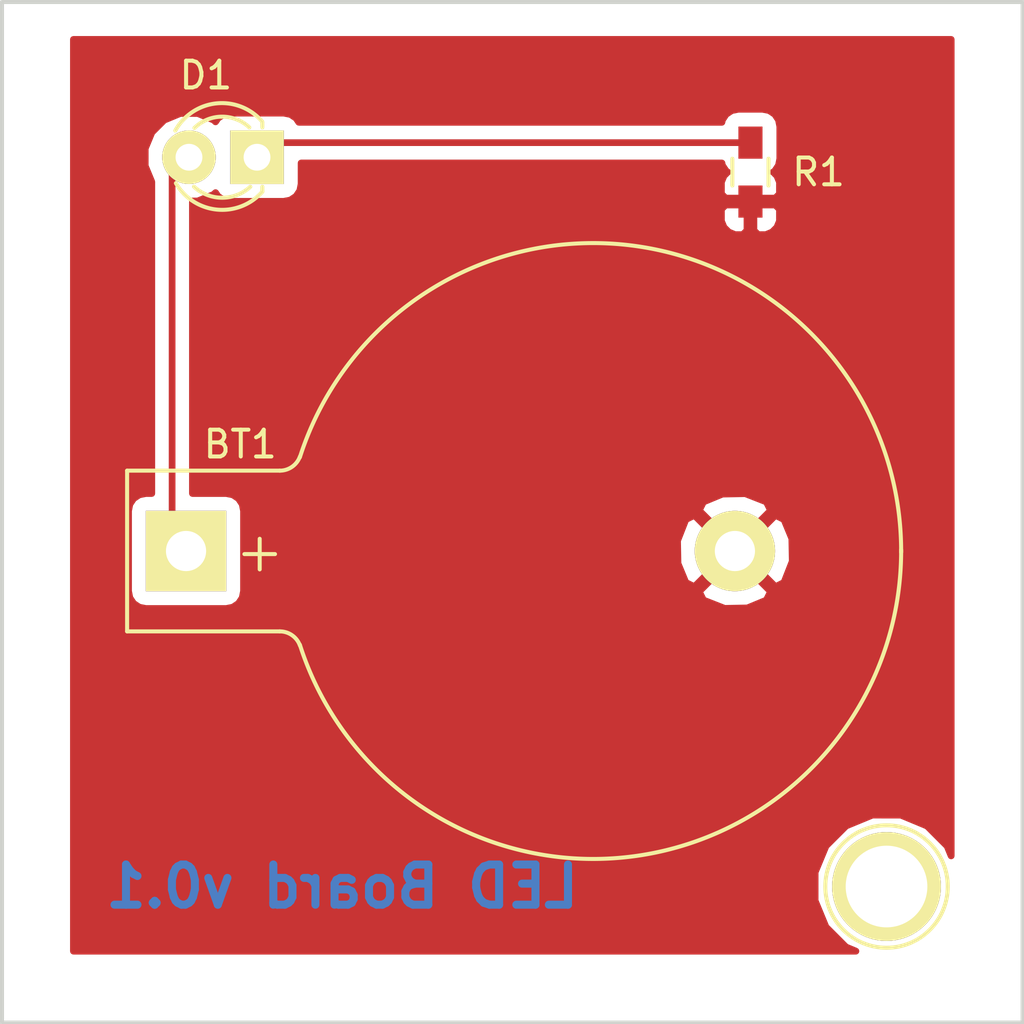
<source format=kicad_pcb>
(kicad_pcb (version 20160815) (host pcbnew no-vcs-found-undefined)

  (general
    (links 3)
    (no_connects 0)
    (area 121.844999 68.504999 160.095001 106.755001)
    (thickness 1.6)
    (drawings 5)
    (tracks 11)
    (zones 0)
    (modules 4)
    (nets 4)
  )

  (page A4)
  (title_block
    (title "LED Board")
    (date 2016-10-23)
    (rev 0.1)
    (company "Amitesh Singh")
  )

  (layers
    (0 F.Cu signal)
    (31 B.Cu signal)
    (32 B.Adhes user)
    (33 F.Adhes user)
    (34 B.Paste user)
    (35 F.Paste user)
    (36 B.SilkS user)
    (37 F.SilkS user)
    (38 B.Mask user)
    (39 F.Mask user)
    (40 Dwgs.User user)
    (41 Cmts.User user)
    (42 Eco1.User user)
    (43 Eco2.User user)
    (44 Edge.Cuts user)
    (45 Margin user)
    (46 B.CrtYd user)
    (47 F.CrtYd user)
    (48 B.Fab user)
    (49 F.Fab user)
  )

  (setup
    (last_trace_width 0.25)
    (trace_clearance 0.2)
    (zone_clearance 0.508)
    (zone_45_only no)
    (trace_min 0.2)
    (segment_width 0.2)
    (edge_width 0.15)
    (via_size 0.8)
    (via_drill 0.4)
    (via_min_size 0.4)
    (via_min_drill 0.3)
    (uvia_size 0.3)
    (uvia_drill 0.1)
    (uvias_allowed no)
    (uvia_min_size 0.2)
    (uvia_min_drill 0.1)
    (pcb_text_width 0.3)
    (pcb_text_size 1.5 1.5)
    (mod_edge_width 0.15)
    (mod_text_size 1 1)
    (mod_text_width 0.15)
    (pad_size 1.524 1.524)
    (pad_drill 0.762)
    (pad_to_mask_clearance 0.2)
    (aux_axis_origin 0 0)
    (visible_elements FFFFFF7F)
    (pcbplotparams
      (layerselection 0x010f0_ffffffff)
      (usegerberextensions false)
      (excludeedgelayer true)
      (linewidth 0.100000)
      (plotframeref false)
      (viasonmask false)
      (mode 1)
      (useauxorigin false)
      (hpglpennumber 1)
      (hpglpenspeed 20)
      (hpglpendiameter 15)
      (psnegative false)
      (psa4output false)
      (plotreference true)
      (plotvalue true)
      (plotinvisibletext false)
      (padsonsilk false)
      (subtractmaskfromsilk false)
      (outputformat 1)
      (mirror false)
      (drillshape 0)
      (scaleselection 1)
      (outputdirectory ""))
  )

  (net 0 "")
  (net 1 GND)
  (net 2 +5V)
  (net 3 "Net-(D1-Pad1)")

  (net_class Default "This is the default net class."
    (clearance 0.2)
    (trace_width 0.25)
    (via_dia 0.8)
    (via_drill 0.4)
    (uvia_dia 0.3)
    (uvia_drill 0.1)
    (diff_pair_gap 0.25)
    (diff_pair_width 0.2)
    (add_net +5V)
    (add_net GND)
    (add_net "Net-(D1-Pad1)")
  )

  (module Battery_Holders:Keystone_103_1x20mm-CoinCell (layer F.Cu) (tedit 580C5633) (tstamp 580C3E5A)
    (at 128.790001 89.075074)
    (descr http://www.keyelco.com/product-pdf.cfm?p=719)
    (tags "Keystone type 103 battery holder")
    (path /580C3E47)
    (fp_text reference BT1 (at 2.019999 -3.985074) (layer F.SilkS)
      (effects (font (size 1 1) (thickness 0.15)))
    )
    (fp_text value Battery (at 15 13) (layer F.Fab)
      (effects (font (size 1 1) (thickness 0.15)))
    )
    (fp_arc (start -1.7 -2.5) (end -2.1 -2.5) (angle 90) (layer F.Fab) (width 0.15))
    (fp_arc (start -1.7 2.5) (end -2.1 2.5) (angle -90) (layer F.Fab) (width 0.15))
    (fp_line (start 0 -1.3) (end 0 1.3) (layer F.Fab) (width 0.15))
    (fp_arc (start 16.2 0) (end 16.2 -1.3) (angle 180) (layer F.Fab) (width 0.15))
    (fp_arc (start 3.5 -3.8) (end 3.5 -2.9) (angle -70) (layer F.Fab) (width 0.15))
    (fp_line (start 16.2 -1.3) (end 0 -1.3) (layer F.Fab) (width 0.15))
    (fp_line (start 0 1.3) (end 16.2 1.3) (layer F.Fab) (width 0.15))
    (fp_line (start -2.1 -2.5) (end -2.1 2.5) (layer F.Fab) (width 0.15))
    (fp_line (start -1.7 2.9) (end 3.5306 2.9) (layer F.Fab) (width 0.15))
    (fp_line (start 3.5306 -2.9) (end -1.7 -2.9) (layer F.Fab) (width 0.15))
    (fp_arc (start 15.2 0) (end 5.2 -1.3) (angle 180) (layer F.Fab) (width 0.15))
    (fp_arc (start 15.2 0) (end 9 -1.3) (angle 170) (layer F.Fab) (width 0.15))
    (fp_arc (start 15.2 0) (end 13.3 -1.3) (angle 150) (layer F.Fab) (width 0.15))
    (fp_line (start 23.5712 -7.7216) (end 22.6314 -6.858) (layer F.Fab) (width 0.15))
    (fp_line (start 23.5712 7.7216) (end 22.6568 6.8834) (layer F.Fab) (width 0.15))
    (fp_arc (start 15.2 0) (end 13.3 1.3) (angle -150) (layer F.Fab) (width 0.15))
    (fp_arc (start 15.2 0) (end 9 1.3) (angle -170) (layer F.Fab) (width 0.15))
    (fp_line (start -2.2 3) (end 3.5 3) (layer F.SilkS) (width 0.15))
    (fp_line (start -2.2 3) (end -2.2 -3) (layer F.SilkS) (width 0.15))
    (fp_line (start -2.2 -3) (end 3.5 -3) (layer F.SilkS) (width 0.15))
    (fp_line (start -2.45 3.25) (end -2.45 -3.25) (layer F.CrtYd) (width 0.05))
    (fp_line (start -2.45 3.25) (end 3.5 3.25) (layer F.CrtYd) (width 0.05))
    (fp_line (start -2.45 -3.25) (end 3.5 -3.25) (layer F.CrtYd) (width 0.05))
    (fp_arc (start 15.2 0) (end 5.2 1.3) (angle -180) (layer F.Fab) (width 0.15))
    (fp_arc (start 15.2 0) (end 4.35 -3.5) (angle 162.5) (layer F.Fab) (width 0.15))
    (fp_arc (start 15.2 0) (end 4.35 3.5) (angle -162.5) (layer F.Fab) (width 0.15))
    (fp_arc (start 3.5 3.8) (end 3.5 2.9) (angle 70) (layer F.Fab) (width 0.15))
    (fp_arc (start 3.5 -3.8) (end 3.5 -3) (angle -70) (layer F.SilkS) (width 0.15))
    (fp_arc (start 15.2 0) (end 4.25 -3.5) (angle 162.5) (layer F.SilkS) (width 0.15))
    (fp_arc (start 3.5 3.8) (end 3.5 3) (angle 70) (layer F.SilkS) (width 0.15))
    (fp_arc (start 15.2 0) (end 4.25 3.5) (angle -162.5) (layer F.SilkS) (width 0.15))
    (fp_arc (start 3.5 -3.8) (end 3.5 -3.25) (angle -70) (layer F.CrtYd) (width 0.05))
    (fp_arc (start 3.5 3.8) (end 3.5 3.25) (angle 70) (layer F.CrtYd) (width 0.05))
    (fp_arc (start 15.2 0) (end 4.015 -3.6) (angle 162.5) (layer F.CrtYd) (width 0.05))
    (fp_arc (start 15.2 0) (end 4.015 3.6) (angle -162.5) (layer F.CrtYd) (width 0.05))
    (fp_text user + (at 2.75 0) (layer F.SilkS)
      (effects (font (size 1.5 1.5) (thickness 0.15)))
    )
    (pad 2 thru_hole circle (at 20.49 0) (size 3 3) (drill 1.5) (layers *.Cu *.Mask F.SilkS)
      (net 1 GND))
    (pad 1 thru_hole rect (at 0 0) (size 3 3) (drill 1.5) (layers *.Cu *.Mask F.SilkS)
      (net 2 +5V))
    (model Battery_Holders.3dshapes/Keystone_103_1x20mm-CoinCell.wrl
      (at (xyz 0.6 0 0))
      (scale (xyz 1 1 1))
      (rotate (xyz 0 0 180))
    )
  )

  (module LEDs:LED-3MM (layer F.Cu) (tedit 580C5621) (tstamp 580C3CB1)
    (at 131.44 74.375 180)
    (descr "LED 3mm round vertical")
    (tags "LED  3mm round vertical")
    (path /580C3B94)
    (fp_text reference D1 (at 1.91 3.06 180) (layer F.SilkS)
      (effects (font (size 1 1) (thickness 0.15)))
    )
    (fp_text value LED (at 1.3 -2.9 180) (layer F.Fab)
      (effects (font (size 1 1) (thickness 0.15)))
    )
    (fp_arc (start 1.301 0.034) (end 2.335 1.094) (angle 87.5) (layer F.SilkS) (width 0.15))
    (fp_arc (start 1.311 0.034) (end 3.051 0.994) (angle 110) (layer F.SilkS) (width 0.15))
    (fp_arc (start 1.301 0.034) (end 0.25 -1.1) (angle 85.7) (layer F.SilkS) (width 0.15))
    (fp_arc (start 1.301 0.034) (end -0.199 -1.286) (angle 108.5) (layer F.SilkS) (width 0.15))
    (fp_line (start -0.199 -1.28) (end -0.199 -1.1) (layer F.SilkS) (width 0.15))
    (fp_line (start -0.199 1.314) (end -0.199 1.114) (layer F.SilkS) (width 0.15))
    (fp_line (start -1.2 -2.2) (end -1.2 2.3) (layer F.CrtYd) (width 0.05))
    (fp_line (start 3.8 -2.2) (end -1.2 -2.2) (layer F.CrtYd) (width 0.05))
    (fp_line (start 3.8 2.3) (end 3.8 -2.2) (layer F.CrtYd) (width 0.05))
    (fp_line (start -1.2 2.3) (end 3.8 2.3) (layer F.CrtYd) (width 0.05))
    (pad 1 thru_hole rect (at 0 0 270) (size 2 2) (drill 1.00076) (layers *.Cu *.Mask F.SilkS)
      (net 3 "Net-(D1-Pad1)"))
    (pad 2 thru_hole circle (at 2.54 0 180) (size 2 2) (drill 1.00076) (layers *.Cu *.Mask F.SilkS)
      (net 2 +5V))
    (model LEDs.3dshapes/LED-3MM.wrl
      (at (xyz 0.05 0 0))
      (scale (xyz 1 1 1))
      (rotate (xyz 0 0 90))
    )
  )

  (module Resistors_SMD:R_0603_HandSoldering (layer F.Cu) (tedit 580C55FA) (tstamp 580C3CB7)
    (at 149.86 74.93 90)
    (descr "Resistor SMD 0603, hand soldering")
    (tags "resistor 0603")
    (path /580C3CCC)
    (attr smd)
    (fp_text reference R1 (at 0 2.54 180) (layer F.SilkS)
      (effects (font (size 1 1) (thickness 0.15)))
    )
    (fp_text value 100 (at 2.54 0 180) (layer F.Fab)
      (effects (font (size 1 1) (thickness 0.15)))
    )
    (fp_line (start -0.5 -0.675) (end 0.5 -0.675) (layer F.SilkS) (width 0.15))
    (fp_line (start 0.5 0.675) (end -0.5 0.675) (layer F.SilkS) (width 0.15))
    (fp_line (start 2 -0.8) (end 2 0.8) (layer F.CrtYd) (width 0.05))
    (fp_line (start -2 -0.8) (end -2 0.8) (layer F.CrtYd) (width 0.05))
    (fp_line (start -2 0.8) (end 2 0.8) (layer F.CrtYd) (width 0.05))
    (fp_line (start -2 -0.8) (end 2 -0.8) (layer F.CrtYd) (width 0.05))
    (pad 1 smd rect (at -1.1 0 90) (size 1.2 0.9) (layers F.Cu F.Paste F.Mask)
      (net 1 GND))
    (pad 2 smd rect (at 1.1 0 90) (size 1.2 0.9) (layers F.Cu F.Paste F.Mask)
      (net 3 "Net-(D1-Pad1)"))
    (model Resistors_SMD.3dshapes/R_0603_HandSoldering.wrl
      (at (xyz 0 0 0))
      (scale (xyz 1 1 1))
      (rotate (xyz 0 0 0))
    )
  )

  (module Connectors:1pin (layer F.Cu) (tedit 580C6B57) (tstamp 580FB19B)
    (at 154.94 101.6)
    (descr "module 1 pin (ou trou mecanique de percage)")
    (tags DEV)
    (fp_text reference REF** (at 0 -3.048) (layer F.SilkS) hide
      (effects (font (size 1 1) (thickness 0.15)))
    )
    (fp_text value 1pin (at 0 2.794) (layer F.Fab) hide
      (effects (font (size 1 1) (thickness 0.15)))
    )
    (fp_circle (center 0 0) (end 0 -2.286) (layer F.SilkS) (width 0.15))
    (pad 1 thru_hole circle (at 0 0) (size 4.064 4.064) (drill 3.048) (layers *.Cu *.Mask F.SilkS))
  )

  (gr_text "LED Board v0.1" (at 134.62 101.6) (layer B.Cu)
    (effects (font (size 1.5 1.5) (thickness 0.3)) (justify mirror))
  )
  (gr_line (start 160.02 68.58) (end 121.92 68.58) (angle 90) (layer Edge.Cuts) (width 0.15))
  (gr_line (start 160.02 106.68) (end 160.02 68.58) (angle 90) (layer Edge.Cuts) (width 0.15))
  (gr_line (start 121.92 106.68) (end 160.02 106.68) (angle 90) (layer Edge.Cuts) (width 0.15))
  (gr_line (start 121.92 68.58) (end 121.92 106.68) (angle 90) (layer Edge.Cuts) (width 0.15))

  (segment (start 128.790001 89.075074) (end 128.27 88.9) (width 0.25) (layer F.Cu) (net 2) (status 80000))
  (segment (start 128.27 88.9) (end 128.27 74.93) (width 0.25) (layer F.Cu) (net 2) (status 80000))
  (segment (start 128.27 74.93) (end 128.9 74.375) (width 0.25) (layer F.Cu) (net 2) (tstamp 580C41BF) (status 80000))
  (segment (start 128.27 88.9) (end 128.790001 89.075074) (width 0.25) (layer F.Cu) (net 2) (tstamp 580C3F36) (status 80000))
  (segment (start 128.9 74.375) (end 128.27 74.93) (width 0.25) (layer F.Cu) (net 2) (status 80000))
  (segment (start 149.86 73.83) (end 131.985 73.83) (width 0.25) (layer F.Cu) (net 3))
  (segment (start 131.985 73.83) (end 131.44 74.375) (width 0.25) (layer F.Cu) (net 3) (tstamp 580C60AE))
  (segment (start 149.86 73.66) (end 149.86 73.83) (width 0.25) (layer F.Cu) (net 3) (tstamp 580C41C0) (status 80000))
  (segment (start 149.86 73.66) (end 149.86 73.83) (width 0.25) (layer F.Cu) (net 3) (tstamp 580C402B) (status 80000))
  (segment (start 131.44 74.375) (end 130.81 74.93) (width 0.25) (layer B.Cu) (net 3) (status 80000))
  (segment (start 131.44 74.375) (end 130.81 74.93) (width 0.25) (layer B.Cu) (net 3) (status 80000))

  (zone (net 1) (net_name GND) (layer F.Cu) (tstamp 580C636F) (hatch edge 0.508)
    (connect_pads (clearance 0.508))
    (min_thickness 0.254)
    (fill yes (arc_segments 16) (thermal_gap 0.508) (thermal_bridge_width 0.508))
    (polygon
      (pts
        (xy 157.48 104.14) (xy 124.46 104.14) (xy 124.46 69.85) (xy 157.48 69.85)
      )
    )
    (filled_polygon
      (pts
        (xy 157.353 100.455983) (xy 157.202291 100.091239) (xy 156.452707 99.340345) (xy 155.472827 98.933464) (xy 154.411828 98.932538)
        (xy 153.431239 99.337709) (xy 152.680345 100.087293) (xy 152.273464 101.067173) (xy 152.272538 102.128172) (xy 152.677709 103.108761)
        (xy 153.427293 103.859655) (xy 153.796589 104.013) (xy 124.587 104.013) (xy 124.587 87.575074) (xy 126.642561 87.575074)
        (xy 126.642561 90.575074) (xy 126.691844 90.822839) (xy 126.832192 91.032883) (xy 127.042236 91.173231) (xy 127.290001 91.222514)
        (xy 130.290001 91.222514) (xy 130.537766 91.173231) (xy 130.74781 91.032883) (xy 130.888158 90.822839) (xy 130.934662 90.589044)
        (xy 147.945636 90.589044) (xy 148.105419 90.907813) (xy 148.896188 91.217797) (xy 149.745388 91.201571) (xy 150.454583 90.907813)
        (xy 150.614366 90.589044) (xy 149.280001 89.254679) (xy 147.945636 90.589044) (xy 130.934662 90.589044) (xy 130.937441 90.575074)
        (xy 130.937441 88.691261) (xy 147.137278 88.691261) (xy 147.153504 89.540461) (xy 147.447262 90.249656) (xy 147.766031 90.409439)
        (xy 149.100396 89.075074) (xy 149.459606 89.075074) (xy 150.793971 90.409439) (xy 151.11274 90.249656) (xy 151.422724 89.458887)
        (xy 151.406498 88.609687) (xy 151.11274 87.900492) (xy 150.793971 87.740709) (xy 149.459606 89.075074) (xy 149.100396 89.075074)
        (xy 147.766031 87.740709) (xy 147.447262 87.900492) (xy 147.137278 88.691261) (xy 130.937441 88.691261) (xy 130.937441 87.575074)
        (xy 130.934663 87.561104) (xy 147.945636 87.561104) (xy 149.280001 88.895469) (xy 150.614366 87.561104) (xy 150.454583 87.242335)
        (xy 149.663814 86.932351) (xy 148.814614 86.948577) (xy 148.105419 87.242335) (xy 147.945636 87.561104) (xy 130.934663 87.561104)
        (xy 130.888158 87.327309) (xy 130.74781 87.117265) (xy 130.537766 86.976917) (xy 130.290001 86.927634) (xy 129.03 86.927634)
        (xy 129.03 76.31575) (xy 148.775 76.31575) (xy 148.775 76.756309) (xy 148.871673 76.989698) (xy 149.050301 77.168327)
        (xy 149.28369 77.265) (xy 149.57425 77.265) (xy 149.733 77.10625) (xy 149.733 76.157) (xy 149.987 76.157)
        (xy 149.987 77.10625) (xy 150.14575 77.265) (xy 150.43631 77.265) (xy 150.669699 77.168327) (xy 150.848327 76.989698)
        (xy 150.945 76.756309) (xy 150.945 76.31575) (xy 150.78625 76.157) (xy 149.987 76.157) (xy 149.733 76.157)
        (xy 148.93375 76.157) (xy 148.775 76.31575) (xy 129.03 76.31575) (xy 129.03 76.010115) (xy 129.223795 76.010284)
        (xy 129.824943 75.761894) (xy 129.890847 75.696105) (xy 129.982191 75.832809) (xy 130.192235 75.973157) (xy 130.44 76.02244)
        (xy 132.44 76.02244) (xy 132.687765 75.973157) (xy 132.897809 75.832809) (xy 133.038157 75.622765) (xy 133.08744 75.375)
        (xy 133.08744 74.59) (xy 148.794386 74.59) (xy 148.811843 74.677765) (xy 148.952191 74.887809) (xy 149.01332 74.928654)
        (xy 148.871673 75.070302) (xy 148.775 75.303691) (xy 148.775 75.74425) (xy 148.93375 75.903) (xy 149.733 75.903)
        (xy 149.733 75.883) (xy 149.987 75.883) (xy 149.987 75.903) (xy 150.78625 75.903) (xy 150.945 75.74425)
        (xy 150.945 75.303691) (xy 150.848327 75.070302) (xy 150.70668 74.928654) (xy 150.767809 74.887809) (xy 150.908157 74.677765)
        (xy 150.95744 74.43) (xy 150.95744 73.23) (xy 150.908157 72.982235) (xy 150.767809 72.772191) (xy 150.557765 72.631843)
        (xy 150.31 72.58256) (xy 149.41 72.58256) (xy 149.162235 72.631843) (xy 148.952191 72.772191) (xy 148.811843 72.982235)
        (xy 148.794386 73.07) (xy 132.999913 73.07) (xy 132.897809 72.917191) (xy 132.687765 72.776843) (xy 132.44 72.72756)
        (xy 130.44 72.72756) (xy 130.192235 72.776843) (xy 129.982191 72.917191) (xy 129.891079 73.053549) (xy 129.827363 72.989722)
        (xy 129.226648 72.740284) (xy 128.576205 72.739716) (xy 127.975057 72.988106) (xy 127.514722 73.447637) (xy 127.265284 74.048352)
        (xy 127.264716 74.698795) (xy 127.51 75.292426) (xy 127.51 86.927634) (xy 127.290001 86.927634) (xy 127.042236 86.976917)
        (xy 126.832192 87.117265) (xy 126.691844 87.327309) (xy 126.642561 87.575074) (xy 124.587 87.575074) (xy 124.587 69.977)
        (xy 157.353 69.977)
      )
    )
  )
)

</source>
